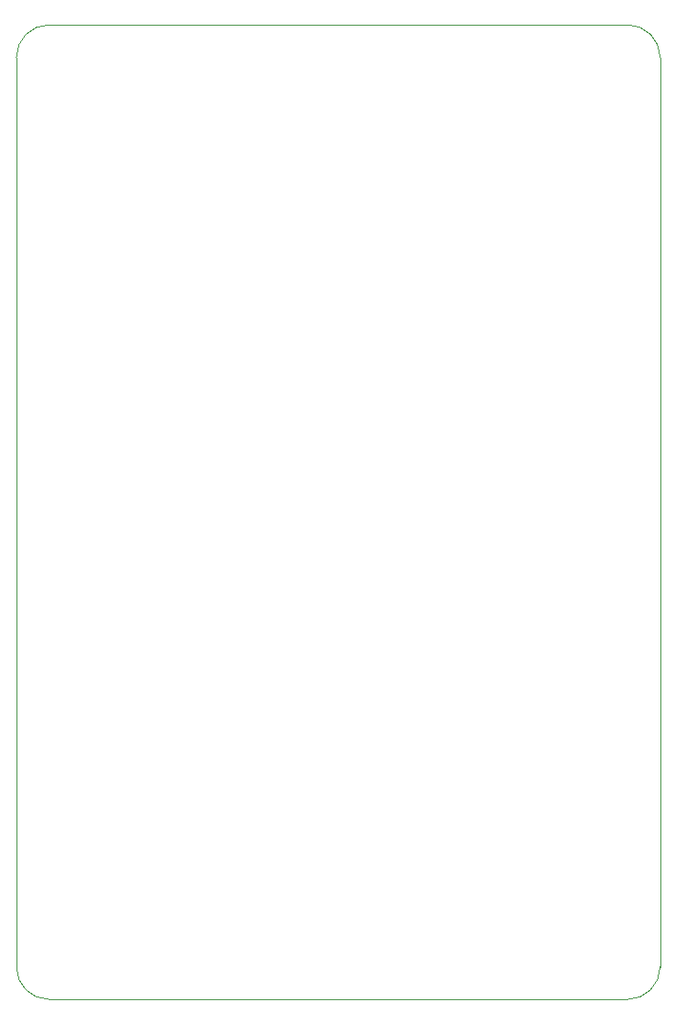
<source format=gm1>
%TF.GenerationSoftware,KiCad,Pcbnew,8.0.1-8.0.1-1~ubuntu22.04.1*%
%TF.CreationDate,2024-04-01T00:34:08-04:00*%
%TF.ProjectId,gripper_2024,67726970-7065-4725-9f32-3032342e6b69,rev?*%
%TF.SameCoordinates,Original*%
%TF.FileFunction,Profile,NP*%
%FSLAX46Y46*%
G04 Gerber Fmt 4.6, Leading zero omitted, Abs format (unit mm)*
G04 Created by KiCad (PCBNEW 8.0.1-8.0.1-1~ubuntu22.04.1) date 2024-04-01 00:34:08*
%MOMM*%
%LPD*%
G01*
G04 APERTURE LIST*
%TA.AperFunction,Profile*%
%ADD10C,0.050000*%
%TD*%
G04 APERTURE END LIST*
D10*
X20000000Y-106000000D02*
G75*
G02*
X17000000Y-103000000I0J3000000D01*
G01*
X17000000Y-19000000D02*
X17000000Y-103000000D01*
X20000000Y-106000000D02*
X73500000Y-106000000D01*
X17000000Y-19000000D02*
G75*
G02*
X20000000Y-16000000I3000000J0D01*
G01*
X73500000Y-16000000D02*
G75*
G02*
X76500000Y-19000000I0J-3000000D01*
G01*
X76500000Y-103000000D02*
X76500000Y-19000000D01*
X73500000Y-16000000D02*
X20000000Y-16000000D01*
X76500000Y-103000000D02*
G75*
G02*
X73500000Y-106000000I-3000000J0D01*
G01*
M02*

</source>
